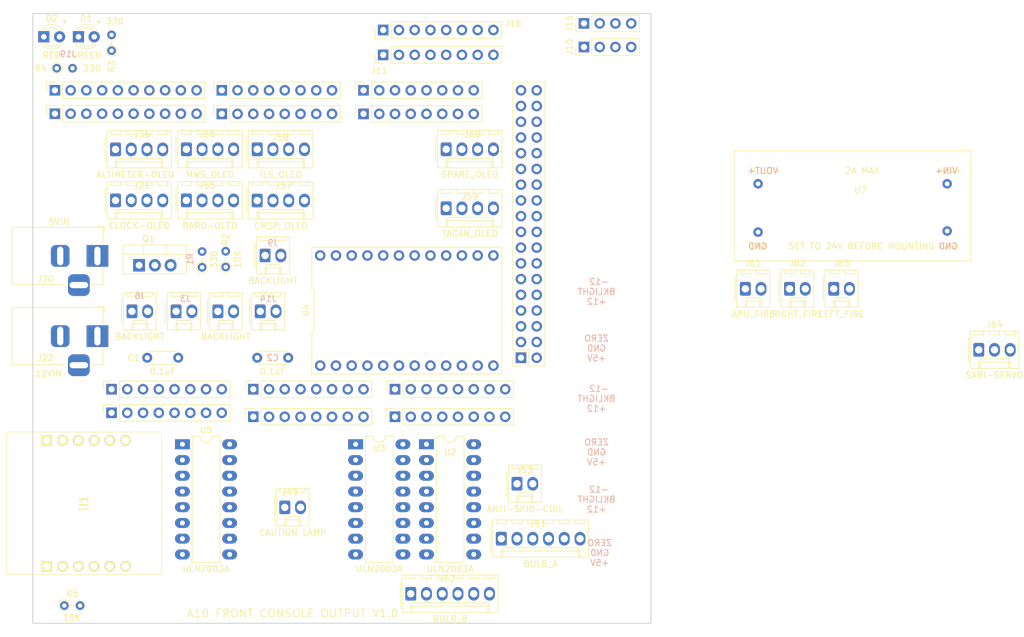
<source format=kicad_pcb>
(kicad_pcb (version 20240108) (generator "pcbnew") (generator_version "8.0")
  (title_block (date "mar. 31 mars 2015"))
  (layers (0 "F.Cu" signal) (31 "B.Cu" signal) (34 "B.Paste" user) (35 "F.Paste" user) (36 "B.SilkS" user "B.Silkscreen") (37 "F.SilkS" user "F.Silkscreen") (38 "B.Mask" user) (39 "F.Mask" user) (44 "Edge.Cuts" user))
  (net 0 "")
  (net 1 "GND")
  (net 2 "SCLK")
  (net 3 "ES1_RST")
  (net 4 "MISO")
  (net 5 "MOSI")
  (net 6 "+5V")
  (net 7 "/IOREF")
  (net 8 "/AREF")
  (net 9 "/*13")
  (net 10 "/*12")
  (net 11 "+5VD")
  (net 12 "/TX0{slash}1")
  (net 13 "/RX0{slash}0")
  (net 14 "+3V3")
  (net 15 "Net-(D1-A)")
  (net 16 "+12V")
  (net 17 "Net-(D2-A)")
  (net 18 "BACKLIGHT_-V")
  (net 19 "VCC")
  (net 20 "/~{RESET}")
  (net 21 "SS")
  (net 22 "Net-(J10-Pin_1)")
  (net 23 "D21 SCL")
  (net 24 "D20 SDA")
  (net 25 "/COIL AND LAMP DRIVERS/CAUTION_LAMP-")
  (net 26 "Net-(J10-Pin_2)")
  (net 27 "Net-(J10-Pin_3)")
  (net 28 "Net-(J10-Pin_4)")
  (net 29 "Net-(J11-Pin_1)")
  (net 30 "BACKLIGHT")
  (net 31 "Net-(J11-Pin_2)")
  (net 32 "Net-(J11-Pin_3)")
  (net 33 "Net-(J11-Pin_4)")
  (net 34 "Net-(J11-Pin_5)")
  (net 35 "Net-(J11-Pin_6)")
  (net 36 "Net-(J11-Pin_7)")
  (net 37 "Net-(J11-Pin_8)")
  (net 40 "Net-(Q1-G)")
  (net 41 "Net-(U1-INT)")
  (net 42 "D14")
  (net 44 "D17")
  (net 45 "D15")
  (net 46 "D18")
  (net 47 "D16")
  (net 48 "D19")
  (net 49 "D11")
  (net 50 "D9")
  (net 51 "D8")
  (net 52 "/COIL AND LAMP DRIVERS/B_APU_FIRE")
  (net 53 "+24V")
  (net 54 "/COIL AND LAMP DRIVERS/B_RIGHT_FIRE")
  (net 55 "/COIL AND LAMP DRIVERS/B_LEFT_FIRE")
  (net 56 "/COIL AND LAMP DRIVERS/TISL")
  (net 57 "/COIL AND LAMP DRIVERS/EGI")
  (net 58 "/COIL AND LAMP DRIVERS/HARS")
  (net 59 "/COIL AND LAMP DRIVERS/MISSLE LAUNCH")
  (net 60 "/COIL AND LAMP DRIVERS/SEP")
  (net 61 "/COIL AND LAMP DRIVERS/PRI")
  (net 64 "D6")
  (net 65 "/COIL AND LAMP DRIVERS/ILS")
  (net 66 "/COIL AND LAMP DRIVERS/TCN")
  (net 67 "/COIL AND LAMP DRIVERS/ANCHR")
  (net 68 "/COIL AND LAMP DRIVERS/STR PT")
  (net 71 "/COIL AND LAMP DRIVERS/COIL_ANTI_SKID")
  (net 72 "D3")
  (net 73 "/OLED/SD7")
  (net 74 "/OLED/SD5")
  (net 75 "/OLED/SC1")
  (net 76 "/OLED/SC2")
  (net 77 "/OLED/SD1")
  (net 78 "/OLED/SD0")
  (net 79 "/OLED/SC7")
  (net 80 "/OLED/SD2")
  (net 81 "/OLED/SD3")
  (net 82 "/OLED/SC6")
  (net 83 "/OLED/SC3")
  (net 84 "/OLED/SC0")
  (net 85 "/OLED/SD4")
  (net 86 "/OLED/SD6")
  (net 87 "/OLED/SC5")
  (net 88 "/OLED/SC4")
  (net 90 "D5")
  (net 94 "D7")
  (net 95 "D4")
  (net 96 "A7 D61")
  (net 97 "A3 D57")
  (net 98 "A6 D60")
  (net 99 "A4 D58")
  (net 100 "A2 D56")
  (net 101 "A0 D54")
  (net 102 "A1 D55")
  (net 103 "A5 D59")
  (net 104 "A14 D68")
  (net 105 "A10 D64")
  (net 106 "A15 D69")
  (net 107 "A13 D67")
  (net 108 "A11 D65")
  (net 109 "A8 D62")
  (net 110 "A9 D63")
  (net 111 "A12 D66")
  (net 112 "D47")
  (net 113 "D30")
  (net 114 "D48")
  (net 115 "D36")
  (net 116 "D31")
  (net 117 "D43")
  (net 118 "D28")
  (net 119 "D29")
  (net 120 "D33")
  (net 121 "D45")
  (net 122 "D46")
  (net 123 "D27")
  (net 124 "D38")
  (net 125 "D23")
  (net 126 "D42")
  (net 127 "D37")
  (net 128 "D49")
  (net 129 "D40")
  (net 130 "D34")
  (net 131 "D39")
  (net 132 "D44")
  (net 133 "D35")
  (net 134 "D25")
  (net 135 "D24")
  (net 136 "D22")
  (net 137 "D32")
  (net 138 "D26")
  (net 139 "D41")
  (footprint "Connector_PinSocket_2.54mm:PinSocket_2x18_P2.54mm_Vertical" (layer "F.Cu") (at 193.98 92.38 180)
    (property "Reference" "J45" (hide yes))
    (property "Value" "Digital")
    (pad "1" thru_hole rect (at 0 0 180) (size 1.7 1.7) (drill 1) (layers "*.Cu" "*.Mask") (net 1 "GND"))
    (pad "2" thru_hole oval (at -2.54 0 180) (size 1.7 1.7) (drill 1) (layers "*.Cu" "*.Mask") (net 1 "GND"))
    (pad "3" thru_hole oval (at 0 2.54 180) (size 1.7 1.7) (drill 1) (layers "*.Cu" "*.Mask") (net 2 "SCLK"))
    (pad "4" thru_hole oval (at -2.54 2.54 180) (size 1.7 1.7) (drill 1) (layers "*.Cu" "*.Mask") (net 3 "ES1_RST"))
    (pad "5" thru_hole oval (at 0 5.08 180) (size 1.7 1.7) (drill 1) (layers "*.Cu" "*.Mask") (net 4 "MISO"))
    (pad "6" thru_hole oval (at -2.54 5.08 180) (size 1.7 1.7) (drill 1) (layers "*.Cu" "*.Mask") (net 5 "MOSI"))
    (pad "7" thru_hole oval (at 0 7.62 180) (size 1.7 1.7) (drill 1) (layers "*.Cu" "*.Mask") (net 114 "D48"))
    (pad "8" thru_hole oval (at -2.54 7.62 180) (size 1.7 1.7) (drill 1) (layers "*.Cu" "*.Mask") (net 128 "D49"))
    (pad "9" thru_hole oval (at 0 10.16 180) (size 1.7 1.7) (drill 1) (layers "*.Cu" "*.Mask") (net 122 "D46"))
    (pad "10" thru_hole oval (at -2.54 10.16 180) (size 1.7 1.7) (drill 1) (layers "*.Cu" "*.Mask") (net 112 "D47"))
    (pad "11" thru_hole oval (at 0 12.7 180) (size 1.7 1.7) (drill 1) (layers "*.Cu" "*.Mask") (net 132 "D44"))
    (pad "12" thru_hole oval (at -2.54 12.7 180) (size 1.7 1.7) (drill 1) (layers "*.Cu" "*.Mask") (net 121 "D45"))
    (pad "13" thru_hole oval (at 0 15.24 180) (size 1.7 1.7) (drill 1) (layers "*.Cu" "*.Mask") (net 126 "D42"))
    (pad "14" thru_hole oval (at -2.54 15.24 180) (size 1.7 1.7) (drill 1) (layers "*.Cu" "*.Mask") (net 117 "D43"))
    (pad "15" thru_hole oval (at 0 17.78 180) (size 1.7 1.7) (drill 1) (layers "*.Cu" "*.Mask") (net 129 "D40"))
    (pad "16" thru_hole oval (at -2.54 17.78 180) (size 1.7 1.7) (drill 1) (layers "*.Cu" "*.Mask") (net 139 "D41"))
    (pad "17" thru_hole oval (at 0 20.32 180) (size 1.7 1.7) (drill 1) (layers "*.Cu" "*.Mask") (net 124 "D38"))
    (pad "18" thru_hole oval (at -2.54 20.32 180) (size 1.7 1.7) (drill 1) (layers "*.Cu" "*.Mask") (net 131 "D39"))
    (pad "19" thru_hole oval (at 0 22.86 180) (size 1.7 1.7) (drill 1) (layers "*.Cu" "*.Mask") (net 115 "D36"))
    (pad "20" thru_hole oval (at -2.54 22.86 180) (size 1.7 1.7) (drill 1) (layers "*.Cu" "*.Mask") (net 127 "D37"))
    (pad "21" thru_hole oval (at 0 25.4 180) (size 1.7 1.7) (drill 1) (layers "*.Cu" "*.Mask") (net 130 "D34"))
    (pad "22" thru_hole oval (at -2.54 25.4 180) (size 1.7 1.7) (drill 1) (layers "*.Cu" "*.Mask") (net 133 "D35"))
    (pad "23" thru_hole oval (at 0 27.94 180) (size 1.7 1.7) (drill 1) (layers "*.Cu" "*.Mask") (net 137 "D32"))
    (pad "24" thru_hole oval (at -2.54 27.94 180) (size 1.7 1.7) (drill 1) (layers "*.Cu" "*.Mask") (net 120 "D33"))
    (pad "25" thru_hole oval (at 0 30.48 180) (size 1.7 1.7) (drill 1) (layers "*.Cu" "*.Mask") (net 113 "D30"))
    (pad "26" thru_hole oval (at -2.54 30.48 180) (size 1.7 1.7) (drill 1) (layers "*.Cu" "*.Mask") (net 116 "D31"))
    (pad "27" thru_hole oval (at 0 33.02 180) (size 1.7 1.7) (drill 1) (layers "*.Cu" "*.Mask") (net 118 "D28"))
    (pad "28" thru_hole oval (at -2.54 33.02 180) (size 1.7 1.7) (drill 1) (layers "*.Cu" "*.Mask") (net 119 "D29"))
    (pad "29" thru_hole oval (at 0 35.56 180) (size 1.7 1.7) (drill 1) (layers "*.Cu" "*.Mask") (net 138 "D26"))
    (pad "30" thru_hole oval (at -2.54 35.56 180) (size 1.7 1.7) (drill 1) (layers "*.Cu" "*.Mask") (net 123 "D27"))
    (pad "31" thru_hole oval (at 0 38.1 180) (size 1.7 1.7) (drill 1) (layers "*.Cu" "*.Mask") (net 135 "D24"))
    (pad "32" thru_hole oval (at -2.54 38.1 180) (size 1.7 1.7) (drill 1) (layers "*.Cu" "*.Mask") (net 134 "D25"))
    (pad "33" thru_hole oval (at 0 40.64 180) (size 1.7 1.7) (drill 1) (layers "*.Cu" "*.Mask") (net 136 "D22"))
    (pad "34" thru_hole oval (at -2.54 40.64 180) (size 1.7 1.7) (drill 1) (layers "*.Cu" "*.Mask") (net 125 "D23"))
    (pad "35" thru_hole oval (at 0 43.18 180) (size 1.7 1.7) (drill 1) (layers "*.Cu" "*.Mask") (net 6 "+5V"))
    (pad "36" thru_hole oval (at -2.54 43.18 180) (size 1.7 1.7) (drill 1) (layers "*.Cu" "*.Mask") (net 6 "+5V"))
  )
  (footprint "Connector_PinSocket_2.54mm:PinSocket_1x08_P2.54mm_Vertical" (layer "F.Cu") (at 127.94 97.46 90)
    (property "Reference" "J42" (hide yes))
    (property "Value" "Power")
    (pad "1" thru_hole rect (at 0 0 90) (size 1.7 1.7) (drill 1) (layers "*.Cu" "*.Mask"))
    (pad "2" thru_hole oval (at 0 2.54 90) (size 1.7 1.7) (drill 1) (layers "*.Cu" "*.Mask") (net 7 "/IOREF"))
    (pad "3" thru_hole oval (at 0 5.08 90) (size 1.7 1.7) (drill 1) (layers "*.Cu" "*.Mask") (net 20 "/~{RESET}"))
    (pad "4" thru_hole oval (at 0 7.62 90) (size 1.7 1.7) (drill 1) (layers "*.Cu" "*.Mask") (net 14 "+3V3"))
    (pad "5" thru_hole oval (at 0 10.16 90) (size 1.7 1.7) (drill 1) (layers "*.Cu" "*.Mask") (net 6 "+5V"))
    (pad "6" thru_hole oval (at 0 12.7 90) (size 1.7 1.7) (drill 1) (layers "*.Cu" "*.Mask") (net 1 "GND"))
    (pad "7" thru_hole oval (at 0 15.24 90) (size 1.7 1.7) (drill 1) (layers "*.Cu" "*.Mask") (net 1 "GND"))
    (pad "8" thru_hole oval (at 0 17.78 90) (size 1.7 1.7) (drill 1) (layers "*.Cu" "*.Mask") (net 19 "VCC"))
  )
  (footprint "Connector_PinSocket_2.54mm:PinSocket_1x08_P2.54mm_Vertical" (layer "F.Cu") (at 150.8 97.46 90)
    (property "Reference" "J43" (hide yes))
    (property "Value" "Analog")
    (pad "1" thru_hole rect (at 0 0 90) (size 1.7 1.7) (drill 1) (layers "*.Cu" "*.Mask") (net 101 "A0 D54"))
    (pad "2" thru_hole oval (at 0 2.54 90) (size 1.7 1.7) (drill 1) (layers "*.Cu" "*.Mask") (net 102 "A1 D55"))
    (pad "3" thru_hole oval (at 0 5.08 90) (size 1.7 1.7) (drill 1) (layers "*.Cu" "*.Mask") (net 100 "A2 D56"))
    (pad "4" thru_hole oval (at 0 7.62 90) (size 1.7 1.7) (drill 1) (layers "*.Cu" "*.Mask") (net 97 "A3 D57"))
    (pad "5" thru_hole oval (at 0 10.16 90) (size 1.7 1.7) (drill 1) (layers "*.Cu" "*.Mask") (net 99 "A4 D58"))
    (pad "6" thru_hole oval (at 0 12.7 90) (size 1.7 1.7) (drill 1) (layers "*.Cu" "*.Mask") (net 103 "A5 D59"))
    (pad "7" thru_hole oval (at 0 15.24 90) (size 1.7 1.7) (drill 1) (layers "*.Cu" "*.Mask") (net 98 "A6 D60"))
    (pad "8" thru_hole oval (at 0 17.78 90) (size 1.7 1.7) (drill 1) (layers "*.Cu" "*.Mask") (net 96 "A7 D61"))
  )
  (footprint "Connector_PinSocket_2.54mm:PinSocket_1x08_P2.54mm_Vertical" (layer "F.Cu") (at 173.66 97.46 90)
    (property "Reference" "J44" (hide yes))
    (property "Value" "Analog")
    (pad "1" thru_hole rect (at 0 0 90) (size 1.7 1.7) (drill 1) (layers "*.Cu" "*.Mask") (net 109 "A8 D62"))
    (pad "2" thru_hole oval (at 0 2.54 90) (size 1.7 1.7) (drill 1) (layers "*.Cu" "*.Mask") (net 110 "A9 D63"))
    (pad "3" thru_hole oval (at 0 5.08 90) (size 1.7 1.7) (drill 1) (layers "*.Cu" "*.Mask") (net 105 "A10 D64"))
    (pad "4" thru_hole oval (at 0 7.62 90) (size 1.7 1.7) (drill 1) (layers "*.Cu" "*.Mask") (net 108 "A11 D65"))
    (pad "5" thru_hole oval (at 0 10.16 90) (size 1.7 1.7) (drill 1) (layers "*.Cu" "*.Mask") (net 111 "A12 D66"))
    (pad "6" thru_hole oval (at 0 12.7 90) (size 1.7 1.7) (drill 1) (layers "*.Cu" "*.Mask") (net 107 "A13 D67"))
    (pad "7" thru_hole oval (at 0 15.24 90) (size 1.7 1.7) (drill 1) (layers "*.Cu" "*.Mask") (net 104 "A14 D68"))
    (pad "8" thru_hole oval (at 0 17.78 90) (size 1.7 1.7) (drill 1) (layers "*.Cu" "*.Mask") (net 106 "A15 D69"))
  )
  (footprint "Connector_PinSocket_2.54mm:PinSocket_1x10_P2.54mm_Vertical" (layer "F.Cu") (at 118.796 49.2 90)
    (property "Reference" "J46" (hide yes))
    (property "Value" "PWM")
    (pad "1" thru_hole rect (at 0 0 90) (size 1.7 1.7) (drill 1) (layers "*.Cu" "*.Mask") (net 23 "D21 SCL"))
    (pad "2" thru_hole oval (at 0 2.54 90) (size 1.7 1.7) (drill 1) (layers "*.Cu" "*.Mask") (net 24 "D20 SDA"))
    (pad "3" thru_hole oval (at 0 5.08 90) (size 1.7 1.7) (drill 1) (layers "*.Cu" "*.Mask") (net 8 "/AREF"))
    (pad "4" thru_hole oval (at 0 7.62 90) (size 1.7 1.7) (drill 1) (layers "*.Cu" "*.Mask") (net 1 "GND"))
    (pad "5" thru_hole oval (at 0 10.16 90) (size 1.7 1.7) (drill 1) (layers "*.Cu" "*.Mask") (net 9 "/*13"))
    (pad "6" thru_hole oval (at 0 12.7 90) (size 1.7 1.7) (drill 1) (layers "*.Cu" "*.Mask") (net 10 "/*12"))
    (pad "7" thru_hole oval (at 0 15.24 90) (size 1.7 1.7) (drill 1) (layers "*.Cu" "*.Mask") (net 49 "D11"))
    (pad "8" thru_hole oval (at 0 17.78 90) (size 1.7 1.7) (drill 1) (layers "*.Cu" "*.Mask") (net 21 "SS"))
    (pad "9" thru_hole oval (at 0 20.32 90) (size 1.7 1.7) (drill 1) (layers "*.Cu" "*.Mask") (net 50 "D9"))
    (pad "10" thru_hole oval (at 0 22.86 90) (size 1.7 1.7) (drill 1) (layers "*.Cu" "*.Mask") (net 51 "D8"))
  )
  (footprint "Connector_PinSocket_2.54mm:PinSocket_1x08_P2.54mm_Vertical" (layer "F.Cu") (at 145.72 49.2 90)
    (property "Reference" "J47" (hide yes))
    (property "Value" "PWM")
    (pad "1" thru_hole rect (at 0 0 90) (size 1.7 1.7) (drill 1) (layers "*.Cu" "*.Mask") (net 94 "D7"))
    (pad "2" thru_hole oval (at 0 2.54 90) (size 1.7 1.7) (drill 1) (layers "*.Cu" "*.Mask") (net 64 "D6"))
    (pad "3" thru_hole oval (at 0 5.08 90) (size 1.7 1.7) (drill 1) (layers "*.Cu" "*.Mask") (net 90 "D5"))
    (pad "4" thru_hole oval (at 0 7.62 90) (size 1.7 1.7) (drill 1) (layers "*.Cu" "*.Mask") (net 95 "D4"))
    (pad "5" thru_hole oval (at 0 10.16 90) (size 1.7 1.7) (drill 1) (layers "*.Cu" "*.Mask") (net 72 "D3"))
    (pad "6" thru_hole oval (at 0 12.7 90) (size 1.7 1.7) (drill 1) (layers "*.Cu" "*.Mask") (net 30 "BACKLIGHT"))
    (pad "7" thru_hole oval (at 0 15.24 90) (size 1.7 1.7) (drill 1) (layers "*.Cu" "*.Mask") (net 12 "/TX0{slash}1"))
    (pad "8" thru_hole oval (at 0 17.78 90) (size 1.7 1.7) (drill 1) (layers "*.Cu" "*.Mask") (net 13 "/RX0{slash}0"))
  )
  (footprint "Connector_PinSocket_2.54mm:PinSocket_1x08_P2.54mm_Vertical" (layer "F.Cu") (at 168.58 49.2 90)
    (property "Reference" "J48" (hide yes))
    (property "Value" "Communication")
    (pad "1" thru_hole rect (at 0 0 90) (size 1.7 1.7) (drill 1) (layers "*.Cu" "*.Mask") (net 42 "D14"))
    (pad "2" thru_hole oval (at 0 2.54 90) (size 1.7 1.7) (drill 1) (layers "*.Cu" "*.Mask") (net 45 "D15"))
    (pad "3" thru_hole oval (at 0 5.08 90) (size 1.7 1.7) (drill 1) (layers "*.Cu" "*.Mask") (net 47 "D16"))
    (pad "4" thru_hole oval (at 0 7.62 90) (size 1.7 1.7) (drill 1) (layers "*.Cu" "*.Mask") (net 44 "D17"))
    (pad "5" thru_hole oval (at 0 10.16 90) (size 1.7 1.7) (drill 1) (layers "*.Cu" "*.Mask") (net 46 "D18"))
    (pad "6" thru_hole oval (at 0 12.7 90) (size 1.7 1.7) (drill 1) (layers "*.Cu" "*.Mask") (net 48 "D19"))
    (pad "7" thru_hole oval (at 0 15.24 90) (size 1.7 1.7) (drill 1) (layers "*.Cu" "*.Mask") (net 24 "D20 SDA"))
    (pad "8" thru_hole oval (at 0 17.78 90) (size 1.7 1.7) (drill 1) (layers "*.Cu" "*.Mask") (net 23 "D21 SCL"))
  )
  (footprint "Package_DIP:DIP-24_TCA9548A" (layer "F.Cu") (at 175.565 84.76)
    (property "Reference" "U4" (at -16.32 0 90) (layer "F.SilkS"))
    (property "Value" "TCA9548APWR")
    (pad "1" thru_hole circle (at -13.97 8.89) (size 1.7 1.7) (drill 1) (layers "*.Cu" "*.Mask") (net 14 "+3V3"))
    (pad "2" thru_hole circle (at -11.43 8.89) (size 1.7 1.7) (drill 1) (layers "*.Cu" "*.Mask") (net 1 "GND"))
    (pad "3" thru_hole circle (at -8.89 8.89) (size 1.7 1.7) (drill 1) (layers "*.Cu" "*.Mask") (net 24 "D20 SDA"))
    (pad "4" thru_hole circle (at -6.35 8.89) (size 1.7 1.7) (drill 1) (layers "*.Cu" "*.Mask") (net 23 "D21 SCL"))
    (pad "5" thru_hole circle (at -3.81 8.89) (size 1.7 1.7) (drill 1) (layers "*.Cu" "*.Mask") (net 47 "D16"))
    (pad "6" thru_hole circle (at -1.27 8.89) (size 1.7 1.7) (drill 1) (layers "*.Cu" "*.Mask") (net 48 "D19"))
    (pad "7" thru_hole circle (at 1.27 8.89) (size 1.7 1.7) (drill 1) (layers "*.Cu" "*.Mask") (net 46 "D18"))
    (pad "8" thru_hole circle (at 3.81 8.89) (size 1.7 1.7) (drill 1) (layers "*.Cu" "*.Mask") (net 44 "D17"))
    (pad "9" thru_hole circle (at 6.35 8.89) (size 1.7 1.7) (drill 1) (layers "*.Cu" "*.Mask") (net 78 "/OLED/SD0"))
    (pad "10" thru_hole circle (at 8.89 8.89) (size 1.7 1.7) (drill 1) (layers "*.Cu" "*.Mask") (net 84 "/OLED/SC0"))
    (pad "11" thru_hole circle (at 11.43 8.89) (size 1.7 1.7) (drill 1) (layers "*.Cu" "*.Mask") (net 77 "/OLED/SD1"))
    (pad "12" thru_hole circle (at 13.97 8.89) (size 1.7 1.7) (drill 1) (layers "*.Cu" "*.Mask") (net 75 "/OLED/SC1"))
    (pad "13" thru_hole circle (at 13.97 -8.89) (size 1.7 1.7) (drill 1) (layers "*.Cu" "*.Mask") (net 80 "/OLED/SD2"))
    (pad "14" thru_hole circle (at 11.43 -8.89) (size 1.7 1.7) (drill 1) (layers "*.Cu" "*.Mask") (net 76 "/OLED/SC2"))
    (pad "15" thru_hole circle (at 8.89 -8.89) (size 1.7 1.7) (drill 1) (layers "*.Cu" "*.Mask") (net 81 "/OLED/SD3"))
    (pad "16" thru_hole circle (at 6.35 -8.89) (size 1.7 1.7) (drill 1) (layers "*.Cu" "*.Mask") (net 83 "/OLED/SC3"))
    (pad "17" thru_hole circle (at 3.81 -8.89) (size 1.7 1.7) (drill 1) (layers "*.Cu" "*.Mask") (net 85 "/OLED/SD4"))
    (pad "18" thru_hole circle (at 1.27 -8.89) (size 1.7 1.7) (drill 1) (layers "*.Cu" "*.Mask") (net 88 "/OLED/SC4"))
    (pad "19" thru_hole circle (at -1.27 -8.89) (size 1.7 1.7) (drill 1) (layers "*.Cu" "*.Mask") (net 74 "/OLED/SD5"))
    (pad "20" thru_hole circle (at -3.81 -8.89) (size 1.7 1.7) (drill 1) (layers "*.Cu" "*.Mask") (net 87 "/OLED/SC5"))
    (pad "21" thru_hole circle (at -6.35 -8.89) (size 1.7 1.7) (drill 1) (layers "*.Cu" "*.Mask") (net 86 "/OLED/SD6"))
    (pad "22" thru_hole circle (at -8.89 -8.89) (size 1.7 1.7) (drill 1) (layers "*.Cu" "*.Mask") (net 82 "/OLED/SC6"))
    (pad "23" thru_hole circle (at -11.43 -8.89) (size 1.7 1.7) (drill 1) (layers "*.Cu" "*.Mask") (net 73 "/OLED/SD7"))
    (pad "24" thru_hole circle (at -13.97 -8.89) (size 1.7 1.7) (drill 1) (layers "*.Cu" "*.Mask") (net 79 "/OLED/SC7"))
  )
  (footprint "Resistor_THT:R_Axial_DIN0204_L3.6mm_D1.6mm_P2.54mm_Vertical" (layer "F.Cu") (at 119.1 45.644)
    (property "Reference" "R4" (at -2.59 0 0) (layer "F.SilkS"))
    (property "Value" "330" (at 5.665 0 0) (layer "F.SilkS"))
    (pad "1" thru_hole circle (at 0 0) (size 1.4 1.4) (drill 0.7) (layers "*.Cu" "*.Mask") (net 10 "/*12"))
    (pad "2" thru_hole oval (at 2.54 0) (size 1.4 1.4) (drill 0.7) (layers "*.Cu" "*.Mask") (net 17 "Net-(D2-A)"))
  )
  (footprint "Package_DIP:DIP-16_W7.62mm_LongPads" (layer "F.Cu") (at 178.74 106.35)
    (property "Reference" "U2" (at 3.81 1.27 0) (layer "F.SilkS"))
    (property "Value" "ULN2003A" (at 3.81 20.11 0) (layer "F.SilkS"))
    (pad "1" thru_hole rect (at 0 0) (size 2.4 1.6) (drill 0.8) (layers "*.Cu" "*.Mask") (net 99 "A4 D58"))
    (pad "2" thru_hole oval (at 0 2.54) (size 2.4 1.6) (drill 0.8) (layers "*.Cu" "*.Mask") (net 103 "A5 D59"))
    (pad "3" thru_hole oval (at 0 5.08) (size 2.4 1.6) (drill 0.8) (layers "*.Cu" "*.Mask") (net 98 "A6 D60"))
    (pad "4" thru_hole oval (at 0 7.62) (size 2.4 1.6) (drill 0.8) (layers "*.Cu" "*.Mask") (net 96 "A7 D61"))
    (pad "5" thru_hole oval (at 0 10.16) (size 2.4 1.6) (drill 0.8) (layers "*.Cu" "*.Mask") (net 109 "A8 D62"))
    (pad "6" thru_hole oval (at 0 12.7) (size 2.4 1.6) (drill 0.8) (layers "*.Cu" "*.Mask") (net 110 "A9 D63"))
    (pad "7" thru_hole oval (at 0 15.24) (size 2.4 1.6) (drill 0.8) (layers "*.Cu" "*.Mask") (net 105 "A10 D64"))
    (pad "8" thru_hole oval (at 0 17.78) (size 2.4 1.6) (drill 0.8) (layers "*.Cu" "*.Mask") (net 1 "GND"))
    (pad "9" thru_hole oval (at 7.62 17.78) (size 2.4 1.6) (drill 0.8) (layers "*.Cu" "*.Mask") (net 16 "+12V"))
    (pad "10" thru_hole oval (at 7.62 15.24) (size 2.4 1.6) (drill 0.8) (layers "*.Cu" "*.Mask") (net 56 "/COIL AND LAMP DRIVERS/TISL"))
    (pad "11" thru_hole oval (at 7.62 12.7) (size 2.4 1.6) (drill 0.8) (layers "*.Cu" "*.Mask") (net 57 "/COIL AND LAMP DRIVERS/EGI"))
    (pad "12" thru_hole oval (at 7.62 10.16) (size 2.4 1.6) (drill 0.8) (layers "*.Cu" "*.Mask") (net 58 "/COIL AND LAMP DRIVERS/HARS"))
    (pad "13" thru_hole oval (at 7.62 7.62) (size 2.4 1.6) (drill 0.8) (layers "*.Cu" "*.Mask") (net 59 "/COIL AND LAMP DRIVERS/MISSLE LAUNCH"))
    (pad "14" thru_hole oval (at 7.62 5.08) (size 2.4 1.6) (drill 0.8) (layers "*.Cu" "*.Mask") (net 60 "/COIL AND LAMP DRIVERS/SEP"))
    (pad "15" thru_hole oval (at 7.62 2.54) (size 2.4 1.6) (drill 0.8) (layers "*.Cu" "*.Mask") (net 61 "/COIL AND LAMP DRIVERS/PRI"))
    (pad "16" thru_hole oval (at 7.62 0) (size 2.4 1.6) (drill 0.8) (layers "*.Cu" "*.Mask") (net 25 "/COIL AND LAMP DRIVERS/CAUTION_LAMP-"))
  )
  (footprint "Connector_Molex:Molex_KK-254_AE-6410-04A_1x04_P2.54mm_Vertical" (layer "F.Cu") (at 140.005 58.725)
    (property "Reference" "J56" (at 3.34 -2.43 0) (layer "F.SilkS"))
    (property "Value" "MWS_OLED" (at 3.81 4.08 0) (layer "F.SilkS"))
    (pad "1" thru_hole roundrect (at 0 0) (size 1.74 2.19) (drill 1.19) (layers "*.Cu" "*.Mask") (roundrect_rratio 0.1436781609) (net 6 "+5V"))
    (pad "2" thru_hole oval (at 2.54 0) (size 1.74 2.19) (drill 1.19) (layers "*.Cu" "*.Mask") (net 1 "GND"))
    (pad "3" thru_hole oval (at 5.08 0) (size 1.74 2.19) (drill 1.19) (layers "*.Cu" "*.Mask") (net 83 "/OLED/SC3"))
    (pad "4" thru_hole oval (at 7.62 0) (size 1.74 2.19) (drill 1.19) (layers "*.Cu" "*.Mask") (net 81 "/OLED/SD3"))
  )
  (footprint "Resistor_THT:R_Axial_DIN0204_L3.6mm_D1.6mm_P2.54mm_Vertical" (layer "F.Cu") (at 120.325 132.385)
    (property "Reference" "R5" (at 1.27 -1.92 0) (layer "F.SilkS"))
    (property "Value" "10K" (at 1.27 1.92 0) (layer "F.SilkS"))
    (pad "1" thru_hole circle (at 0 0) (size 1.4 1.4) (drill 0.7) (layers "*.Cu" "*.Mask") (net 14 "+3V3"))
    (pad "2" thru_hole oval (at 2.54 0) (size 1.4 1.4) (drill 0.7) (layers "*.Cu" "*.Mask") (net 41 "Net-(U1-INT)"))
  )
  (footprint "Connector_Molex:Molex_KK-254_AE-6410-06A_1x06_P2.54mm_Vertical" (layer "F.Cu") (at 190.805 121.59)
    (property "Reference" "J51" (at 5.88 -2.43 0) (layer "F.SilkS"))
    (property "Value" "BULB_A" (at 6.35 4.08 0) (layer "F.SilkS"))
    (pad "1" thru_hole roundrect (at 0 0) (size 1.74 2.19) (drill 1.19) (layers "*.Cu" "*.Mask") (roundrect_rratio 0.1436781609) (net 16 "+12V"))
    (pad "2" thru_hole oval (at 2.54 0) (size 1.74 2.19) (drill 1.19) (layers "*.Cu" "*.Mask") (net 61 "/COIL AND LAMP DRIVERS/PRI"))
    (pad "3" thru_hole oval (at 5.08 0) (size 1.74 2.19) (drill 1.19) (layers "*.Cu" "*.Mask") (net 60 "/COIL AND LAMP DRIVERS/SEP"))
    (pad "4" thru_hole oval (at 7.62 0) (size 1.74 2.19) (drill 1.19) (layers "*.Cu" "*.Mask") (net 59 "/COIL AND LAMP DRIVERS/MISSLE LAUNCH"))
    (pad "5" thru_hole oval (at 10.16 0) (size 1.74 2.19) (drill 1.19) (layers "*.Cu" "*.Mask") (net 58 "/COIL AND LAMP DRIVERS/HARS"))
    (pad "6" thru_hole oval (at 12.7 0) (size 1.74 2.19) (drill 1.19) (layers "*.Cu" "*.Mask") (net 57 "/COIL AND LAMP DRIVERS/EGI"))
  )
  (footprint "Connector_Molex:Molex_KK-254_AE-6410-04A_1x04_P2.54mm_Vertical" (layer "F.Cu") (at 128.575 66.98)
    (property "Reference" "J21" (at 4.28 -2.43 0) (layer "F.SilkS"))
    (property "Value" "CLOCK-OLED" (at 3.81 4.08 0) (layer "F.SilkS"))
    (pad "1" thru_hole roundrect (at 0 0) (size 1.74 2.19) (drill 1.19) (layers "*.Cu" "*.Mask") (roundrect_rratio 0.1436781609) (net 6 "+5V"))
    (pad "2" thru_hole oval (at 2.54 0) (size 1.74 2.19) (drill 1.19) (layers "*.Cu" "*.Mask") (net 1 "GND"))
    (pad "3" thru_hole oval (at 5.08 0) (size 1.74 2.19) (drill 1.19) (layers "*.Cu" "*.Mask") (net 84 "/OLED/SC0"))
    (pad "4" thru_hole oval (at 7.62 0) (size 1.74 2.19) (drill 1.19) (layers "*.Cu" "*.Mask") (net 78 "/OLED/SD0"))
  )
  (footprint "Connector_PinSocket_2.54mm:PinSocket_1x08_P2.54mm_Vertical" (layer "F.Cu") (at 173.66 101.905 90)
    (property "Reference" "J33")
    (property "Value" "Analog")
    (pad "1" thru_hole rect (at 0 0 90) (size 1.7 1.7) (drill 1) (layers "*.Cu" "*.Mask") (net 109 "A8 D62"))
    (pad "2" thru_hole oval (at 0 2.54 90) (size 1.7 1.7) (drill 1) (layers "*.Cu" "*.Mask") (net 110 "A9 D63"))
    (pad "3" thru_hole oval (at 0 5.08 90) (size 1.7 1.7) (drill 1) (layers "*.Cu" "*.Mask") (net 105 "A10 D64"))
    (pad "4" thru_hole oval (at 0 7.62 90) (size 1.7 1.7) (drill 1) (layers "*.Cu" "*.Mask") (net 108 "A11 D65"))
    (pad "5" thru_hole oval (at 0 10.16 90) (size 1.7 1.7) (drill 1) (layers "*.Cu" "*.Mask") (net 111 "A12 D66"))
    (pad "6" thru_hole oval (at 0 12.7 90) (size 1.7 1.7) (drill 1) (layers "*.Cu" "*.Mask") (net 107 "A13 D67"))
    (pad "7" thru_hole oval (at 0 15.24 90) (size 1.7 1.7) (drill 1) (layers "*.Cu" "*.Mask") (net 104 "A14 D68"))
    (pad "8" thru_hole oval (at 0 17.78 90) (size 1.7 1.7) (drill 1) (layers "*.Cu" "*.Mask") (net 106 "A15 D69"))
  )
  (footprint "Arduino_MountingHole:MountingHole_3.2mm" (layer "F.Cu") (at 196.02 132.385)
    (property "Reference" "H2")
    (property "Value" "MountingHole")
    (pad "" np_thru_hole circle (at 0 0) (size 3.2 3.2) (drill 3.2) (layers "*.Cu" "*.Mask"))
  )
  (footprint "Connector_Molex:Molex_KK-254_AE-6410-02A_1x02_P2.54mm_Vertical" (layer "F.Cu") (at 193.345 112.72)
    (property "Reference" "J53" (at 1.27 -2.215 0) (layer "F.SilkS"))
    (property "Value" "ANTI-SKID-COIL" (at 1.27 4.08 0) (layer "F.SilkS"))
    (pad "1" thru_hole roundrect (at 0 0) (size 1.74 2.19) (drill 1.19) (layers "*.Cu" "*.Mask") (roundrect_rratio 0.1436781609) (net 16 "+12V"))
    (pad "2" thru_hole oval (at 2.54 0) (size 1.74 2.19) (drill 1.19) (layers "*.Cu" "*.Mask") (net 71 "/COIL AND LAMP DRIVERS/COIL_ANTI_SKID"))
  )
  (footprint "Connector_PinHeader_2.54mm:PinHeader_1x08_P2.54mm_Vertical" (layer "F.Cu") (at 171.755 43.485 90)
    (property "Reference" "J11" (at -2.54 -0.635 180) (layer "F.SilkS"))
    (property "Value" "PATCH")
    (pad "1" thru_hole rect (at 0 0 90) (size 1.7 1.7) (drill 1) (layers "*.Cu" "*.Mask") (net 29 "Net-(J11-Pin_1)"))
    (pad "2" thru_hole oval (at 0 2.54 90) (size 1.7 1.7) (drill 1) (layers "*.Cu" "*.Mask") (net 31 "Net-(J11-Pin_2)"))
    (pad "3" thru_hole oval (at 0 5.08 90) (size 1.7 1.7) (drill 1) (layers "*.Cu" "*.Mask") (net 32 "Net-(J11-Pin_3)"))
    (pad "4" thru_hole oval (at 0 7.62 90) (size 1.7 1.7) (drill 1) (layers "*.Cu" "*.Mask") (net 33 "Net-(J11-Pin_4)"))
    (pad "5" thru_hole oval (at 0 10.16 90) (size 1.7 1.7) (drill 1) (layers "*.Cu" "*.Mask") (net 34 "Net-(J11-Pin_5)"))
    (pad "6" thru_hole oval (at 0 12.7 90) (size 1.7 1.7) (drill 1) (layers "*.Cu" "*.Mask") (net 35 "Net-(J11-Pin_6)"))
    (pad "7" thru_hole oval (at 0 15.24 90) (size 1.7 1.7) (drill 1) (layers "*.Cu" "*.Mask") (net 36 "Net-(J11-Pin_7)"))
    (pad "8" thru_hole oval (at 0 17.78 90) (size 1.7 1.7) (drill 1) (layers "*.Cu" "*.Mask") (net 37 "Net-(J11-Pin_8)"))
  )
  (footprint "Connector_PinSocket_2.54mm:PinSocket_1x08_P2.54mm_Vertical" (layer "F.Cu") (at 127.94 101.27 90)
    (property "Reference" "J41")
    (property "Value" "Power")
    (pad "1" thru_hole rect (at 0 0 90) (size 1.7 1.7) (drill 1) (layers "*.Cu" "*.Mask"))
    (pad "2" thru_hole oval (at 0 2.54 90) (size 1.7 1.7) (drill 1) (layers "*.Cu" "*.Mask") (net 7 "/IOREF"))
    (pad "3" thru_hole oval (at 0 5.08 90) (size 1.7 1.7) (drill 1) (layers "*.Cu" "*.Mask") (net 20 "/~{RESET}"))
    (pad "4" thru_hole oval (at 0 7.62 90) (size 1.7 1.7) (drill 1) (layers "*.Cu" "*.Mask") (net 14 "+3V3"))
    (pad "5" thru_hole oval (at 0 10.16 90) (size 1.7 1.7) (drill 1) (layers "*.Cu" "*.Mask") (net 6 "+5V"))
    (pad "6" thru_hole oval (at 0 12.7 90) (size 1.7 1.7) (drill 1) (layers "*.Cu" "*.Mask") (net 1 "GND"))
    (pad "7" thru_hole oval (at 0 15.24 90) (size 1.7 1.7) (drill 1) (layers "*.Cu" "*.Mask") (net 1 "GND"))
    (pad "8" thru_hole oval (at 0 17.78 90) (size 1.7 1.7) (drill 1) (layers "*.Cu" "*.Mask") (net 19 "VCC"))
  )
  (footprint "Connector_Molex:Molex_KK-254_AE-6410-02A_1x02_P2.54mm_Vertical" (layer "F.Cu") (at 244.43 81.25)
    (property "Reference" "J63" (at 1.27 -4.12 0) (layer "F.SilkS"))
    (property "Value" "LEFT_FIRE" (at 1.27 4.08 0) (layer "F.SilkS"))
    (pad "1" thru_hole roundrect (at 0 0) (size 1.74 2.19) (drill 1.19) (layers "*.Cu" "*.Mask") (roundrect_rratio 0.143678) (net 53 "+24V"))
    (pad "2" thru_hole oval (at 2.54 0) (size 1.74 2.19) (drill 1.19) (layers "*.Cu" "*.Mask") (net 55 "/COIL AND LAMP DRIVERS/B_LEFT_FIRE"))
  )
  (footprint "Connector_PinHeader_2.54mm:PinHeader_1x08_P2.54mm_Vertical" (layer "F.Cu") (at 171.755 39.47 90)
    (property "Reference" "J16" (at 1.065 20.955 180) (layer "F.SilkS"))
    (property "Value" "PATCH")
    (pad "1" thru_hole rect (at 0 0 90) (size 1.7 1.7) (drill 1) (layers "*.Cu" "*.Mask") (net 29 "Net-(J11-Pin_1)"))
    (pad "2" thru_hole oval (at 0 2.54 90) (size 1.7 1.7) (drill 1) (layers "*.Cu" "*.Mask") (net 31 "Net-(J11-Pin_2)"))
    (pad "3" thru_hole oval (at 0 5.08 90) (size 1.7 1.7) (drill 1) (layers "*.Cu" "*.Mask") (net 32 "Net-(J11-Pin_3)"))
    (pad "4" thru_hole oval (at 0 7.62 90) (size 1.7 1.7) (drill 1) (layers "*.Cu" "*.Mask") (net 33 "Net-(J11-Pin_4)"))
    (pad "5" thru_hole oval (at 0 10.16 90) (size 1.7 1.7) (drill 1) (layers "*.Cu" "*.Mask") (net 34 "Net-(J11-Pin_5)"))
    (pad "6" thru_hole oval (at 0 12.7 90) (size 1.7 1.7) (drill 1) (layers "*.Cu" "*.Mask") (net 35 "Net-(J11-Pin_6)"))
    (pad "7" thru_hole oval (at 0 15.24 90) (size 1.7 1.7) (drill 1) (layers "*.Cu" "*.Mask") (net 36 "Net-(J11-Pin_7)"))
    (pad "8" thru_hole oval (at 0 17.78 90) (size 1.7 1.7) (drill 1) (layers "*.Cu" "*.Mask") (net 37 "Net-(J11-Pin_8)"))
  )
  (footprint "Connector_Molex:Molex_KK-254_AE-6410-02A_1x02_P2.54mm_Vertical" (layer "F.Cu") (at 151.925 84.887)
    (property "Reference" "J14" (at 1.27 -2.052 0) (layer "B.SilkS") (effects (justify mirror)))
    (property "Value" "BACKLIGHT")
    (pad "1" thru_hole roundrect (at 0 0) (size 1.74 2.19) (drill 1.19) (layers "*.Cu" "*.Mask") (roundrect_rratio 0.1436781609) (net 16 "+12V"))
    (pad "2" thru_hole oval (at 2.54 0) (size 1.74 2.19) (drill 1.19) (layers "*.Cu" "*.Mask") (net 18 "BACKLIGHT_-V"))
  )
  (footprint "Capacitor_THT:C_Disc_D4.3mm_W1.9mm_P5.00mm" (layer "F.Cu") (at 133.695 92.38)
    (property "Reference" "C1" (at -2.199 0 0) (layer "F.SilkS"))
    (property "Value" "0.1uF" (at 2.5 2.2 0) (layer "F.SilkS"))
    (pad "1" thru_hole circle (at 0 0) (size 1.6 1.6) (drill 0.8) (layers "*.Cu" "*.Mask") (net 11 "+5VD"))
    (pad "2" thru_hole circle (at 5 0) (size 1.6 1.6) (drill 0.8) (layers "*.Cu" "*.Mask") (net 1 "GND"))
  )
  (footprint "Connector_Molex:Molex_KK-254_AE-6410-02A_1x02_P2.54mm_Vertical" (layer "F.Cu") (at 152.705 75.87)
    (property "Reference" "J9" (at 1.252 -2.052 0) (layer "B.SilkS") (effects (justify mirror)))
    (property "Value" "BACKLIGHT" (at 1.27 4.08 0) (layer "F.SilkS"))
    (pad "1" thru_hole roundrect (at 0 0) (size 1.74 2.19) (drill 1.19) (layers "*.Cu" "*.Mask") (roundrect_rratio 0.1436781609) (net 16 "+12V"))
    (pad "2" thru_hole oval (at 2.54 0) (size 1.74 2.19) (drill 1.19) (layers "*.Cu" "*.Mask") (net 18 "BACKLIGHT_-V"))
  )
  (footprint "Connector_PinHeader_2.54mm:PinHeader_1x04_P2.54mm_Vertical" (layer "F.Cu") (at 204.14 42.215 90)
    (property "Reference" "J10" (at 0 -2.33 90) (layer "F.SilkS"))
    (property "Value" "PATCH")
    (pad "1" thru_hole rect (at 0 0 90) (size 1.7 1.7) (drill 1) (layers "*.Cu" "*.Mask") (net 22 "Net-(J10-Pin_1)"))
    (pad "2" thru_hole oval (at 0 2.54 90) (size 1.7 1.7) (drill 1) (layers "*.Cu" "*.Mask") (net 26 "Net-(J10-Pin_2)"))
    (pad "3" thru_hole oval (at 0 5.08 90) (size 1.7 1.7) (drill 1) (layers "*.Cu" "*.Mask") (net 27 "Net-(J10-Pin_3)"))
    (pad "4" thru_hole oval (at 0 7.62 90) (size 1.7 1.7) (drill 1) (layers "*.Cu" "*.Mask") (net 28 "Net-(J10-Pin_4)"))
  )
  (footprint "Connector_Molex:Molex_KK-254_AE-6410-02A_1x02_P2.54mm_Vertical" (layer "F.Cu") (at 145.085 84.887)
    (property "Reference" "J19" (at -24.148 -41.529 0) (layer "B.SilkS") (effects (justify mirror)))
    (property "Value" "BACKLIGHT" (at 1.27 4.08 0) (layer "F.SilkS"))
    (pad "1" thru_hole roundrect (at 0 0) (size 1.74 2.19) (drill 1.19) (layers "*.Cu" "*.Mask") (roundrect_rratio 0.1436781609) (net 16 "+12V"))
    (pad "2" thru_hole oval (at 2.54 0) (size 1.74 2.19) (drill 1.19) (layers "*.Cu" "*.Mask") (net 18 "BACKLIGHT_-V"))
  )
  (footprint "Resistor_THT:R_Axial_DIN0204_L3.6mm_D1.6mm_P2.54mm_Vertical" (layer "F.Cu") (at 142.545 77.775 90)
    (property "Reference" "R1" (at 1.27 -1.92 90) (layer "B.SilkS") (effects (justify mirror)))
    (property "Value" "330" (at 1.27 1.92 90) (layer "F.SilkS"))
    (pad "1" thru_hole circle (at 0 0 90) (size 1.4 1.4) (drill 0.7) (layers "*.Cu" "*.Mask") (net 40 "Net-(Q1-G)"))
    (pad "2" thru_hole oval (at 2.54 0 90) (size 1.4 1.4) (drill 0.7) (layers "*.Cu" "*.Mask") (net 30 "BACKLIGHT"))
  )
  (footprint "Connector_Molex:Molex_KK-254_AE-6410-02A_1x02_P2.54mm_Vertical" (layer "F.Cu") (at 237.3 81.25)
    (property "Reference" "J62" (at 1.27 -4.12 0) (layer "F.SilkS"))
    (property "Value" "RIGHT_FIRE" (at 1.27 4.08 0) (layer "F.SilkS"))
    (pad "1" thru_hole roundrect (at 0 0) (size 1.74 2.19) (drill 1.19) (layers "*.Cu" "*.Mask") (roundrect_rratio 0.143678) (net 53 "+24V"))
    (pad "2" thru_hole oval (at 2.54 0) (size 1.74 2.19) (drill 1.19) (layers "*.Cu" "*.Mask") (net 54 "/COIL AND LAMP DRIVERS/B_RIGHT_FIRE"))
  )
  (footprint "Connector_Molex:Molex_KK-254_AE-6410-02A_1x02_P2.54mm_Vertical" (layer "F.Cu") (at 131.224 84.887)
    (property "Reference" "J6" (at 1.27 -2.54 0) (layer "B.SilkS") (effects (justify mirror)))
    (property "Value" "BACKLIGHT" (at 1.27 4.08 0) (layer "F.SilkS"))
    (pad "1" thru_hole roundrect (at 0 0) (size 1.74 2.19) (drill 1.19) (layers "*.Cu" "*.Mask") (roundrect_rratio 0.1436781609) (net 16 "+12V"))
    (pad "2" thru_hole oval (at 2.54 0) (size 1.74 2.19) (drill 1.19) (layers "*.Cu" "*.Mask") (net 18 "BACKLIGHT_-V"))
  )
  (footprint "Connector_Molex:Molex_KK-254_AE-6410-02A_1x02_P2.54mm_Vertical" (layer "F.Cu") (at 138.354 84.887)
    (property "Reference" "J3" (at 1.524 -2.032 0) (layer "B.SilkS") (effects (justify mirror)))
    (property "Value" "BACKLIGHT")
    (pad "1" thru_hole roundrect (at 0 0) (size 1.74 2.19) (drill 1.19) (layers "*.Cu" "*.Mask") (roundrect_rratio 0.1436781609) (net 16 "+12V"))
    (pad "2" thru_hole oval (at 2.54 0) (size 1.74 2.19) (drill 1.19) (layers "*.Cu" "*.Mask") (net 18 "BACKLIGHT_-V"))
  )
  (footprint "Arduino_MountingHole:MountingHole_3.2mm" (layer "F.Cu") (at 196.02 39.675)
    (property "Reference" "H3")
    (property "Value" "MountingHole")
    (pad "" np_thru_hole circle (at 0 0) (size 3.2 3.2) (drill 3.2) (layers "*.Cu" "*.Mask"))
  )
  (footprint "Connector_PinSocket_2.54mm:PinSocket_1x08_P2.54mm_Vertical" (layer "F.Cu") (at 168.58 53.01 90)
    (property "Reference" "J26")
    (property "Value" "Communication" (hide yes))
    (pad "1" thru_hole rect (at 0 0 90) (size 1.7 1.7) (drill 1) (layers "*.Cu" "*.Mask") (net 42 "D14"))
    (pad "2" thru_hole oval (at 0 2.54 90) (size 1.7 1.7) (drill 1) (layers "*.Cu" "*.Mask") (net 45 "D15"))
    (pad "3" thru_hole oval (at 0 5.08 90) (size 1.7 1.7) (drill 1) (layers "*.Cu" "*.Mask") (net 47 "D16"))
    (pad "4" thru_hole oval (at 0 7.62 90) (size 1.7 1.7) (drill 1) (layers "*.Cu" "*.Mask") (net 44 "D17"))
    (pad "5" thru_hole oval (at 0 10.16 90) (size 1.7 1.7) (drill 1) (layers "*.Cu" "*.Mask") (net 46 "D18"))
    (pad "6" thru_hole oval (at 0 12.7 90) (size 1.7 1.7) (drill 1) (layers "*.Cu" "*.Mask") (net 48 "D19"))
    (pad "7" thru_hole oval (at 0 15.24 90) (size 1.7 1.7) (drill 1) (layers "*.Cu" "*.Mask") (net 24 "D20 SDA"))
    (pad "8" thru_hole oval (at 0 17.78 90) (size 1.7 1.7) (drill 1) (layers "*.Cu" "*.Mask") (net 23 "D21 SCL"))
  )
  (footprint "Connector_Molex:Molex_KK-254_AE-6410-04A_1x04_P2.54mm_Vertical" (layer "F.Cu") (at 151.435 67)
    (property "Reference" "J57" (at 4.28 -2.43 0) (layer "F.SilkS"))
    (property "Value" "CMSP_OLED" (at 3.81 4.08 0) (layer "F.SilkS"))
    (pad "1" thru_hole roundrect (at 0 0) (size 1.74 2.19) (drill 1.19) (layers "*.Cu" "*.Mask") (roundrect_rratio 0.1436781609) (net 6 "+5V"))
    (pad "2" thru_hole oval (at 2.54 0) (size 1.74 2.19) (drill 1.19) (layers "*.Cu" "*.Mask") (net 1 "GND"))
    (pad "3" thru_hole oval (at 5.08 0) (size 1.74 2.19) (drill 1.19) (layers "*.Cu" "*.Mask") (net 88 "/OLED/SC4"))
    (pad "4" thru_hole oval (at 7.62 0) (size 1.74 2.19) (drill 1.19) (layers "*.Cu" "*.Mask") (net 85 "/OLED/SD4"))
  )
  (footprint "Connector_Molex:Molex_KK-254_AE-6410-04A_1x04_P2.54mm_Vertical" (layer "F.Cu") (at 181.915 68.25)
    (property "Reference" "J59" (at 3.81 -1.905 0) (layer "F.SilkS"))
    (property "Value" "TACAN_OLED" (at 3.81 4.08 0) (layer "F.SilkS"))
    (pad "1" thru_hole roundrect (at 0 0) (size 1.74 2.19) (drill 1.19) (layers "*.Cu" "*.Mask") (roundrect_rratio 0.1436781609) (net 6 "+5V"))
    (pad "2" thru_hole oval (at 2.54 0) (size 1.74 2.19) (drill 1.19) (layers "*.Cu" "*.Mask") (net 1 "GND"))
    (pad "3" thru_hole oval (at 5.08 0) (size 1.74 2.19) (drill 1.19) (layers "*.Cu" "*.Mask") (net 82 "/OLED/SC6"))
    (pad "4" thru_hole oval (at 7.62 0) (size 1.74 2.19) (drill 1.19) (layers "*.Cu" "*.Mask") (net 86 "/OLED/SD6"))
  )
  (footprint "Connector_Molex:Molex_KK-254_AE-6410-04A_1x04_P2.54mm_Vertical" (layer "F.Cu") (at 151.435 58.725)
    (property "Reference" "J58" (at 3.81 -1.905 0) (layer "F.SilkS"))
    (property "Value" "ILS_OLED" (at 3.81 4.08 0) (layer "F.SilkS"))
    (pad "1" thru_hole roundrect (at 0 0) (size 1.74 2.19) (drill 1.19) (layers "*.Cu" "*.Mask") (roundrect_rratio 0.1436781609) (net 6 "+5V"))
    (pad "2" thru_hole oval (at 2.54 0) (size 1.74 2.19) (drill 1.19) (layers "*.Cu" "*.Mask") (net 1 "GND"))
    (pad "3" thru_hole oval (at 5.08 0) (size 1.74 2.19) (drill 1.19) (layers "*.Cu" "*.Mask") (net 87 "/OLED/SC5"))
    (pad "4" thru_hole oval (at 7.62 0) (size 1.74 2.19) (drill 1.19) (layers "*.Cu" "*.Mask") (net 74 "/OLED/SD5"))
  )
  (footprint "Package_DIP:DIP-16_W7.62mm_LongPads" (layer "F.Cu") (at 139.37 106.35)
    (property "Reference" "U5" (at 3.81 -2.33 0) (layer "F.SilkS"))
    (property "Value" "ULN2003A" (at 3.81 20.11 0) (layer "F.SilkS"))
    (pad "1" thru_hole rect (at 0 0) (size 2.4 1.6) (drill 0.8) (layers "*.Cu" "*.Mask") (net 101 "A0 D54"))
    (pad "2" thru_hole oval (at 0 2.54) (size 2.4 1.6) (drill 0.8) (layers "*.Cu" "*.Mask") (net 102 "A1 D55"))
    (pad "3" thru_hole oval (at 0 5.08) (size 2.4 1.6) (drill 0.8) (layers "*.Cu" "*.Mask") (net 100 "A2 D56"))
    (pad "4" thru_hole oval (at 0 7.62) (size 2.4 1.6) (drill 0.8) (layers "*.Cu" "*.Mask"))
    (pad "5" thru_hole oval (at 0 10.16) (size 2.4 1.6) (drill 0.8) (layers "*.Cu" "*.Mask"))
    (pad "6" thru_hole oval (at 0 12.7) (size 2.4 1.6) (drill 0.8) (layers "*.Cu" "*.Mask") (net 1 "GND"))
    (pad "7" thru_hole oval (at 0 15.24) (size 2.4 1.6) (drill 0.8) (layers "*.Cu" "*.Mask") (net 1 "GND"))
    (pad "8" thru_hole oval (at 0 17.78) (size 2.4 1.6) (drill 0.8) (layers "*.Cu" "*.Mask") (net 1 "GND"))
    (pad "9" thru_hole oval (at 7.62 17.78) (size 2.4 1.6) (drill 0.8) (layers "*.Cu" "*.Mask") (net 53 "+24V"))
    (pad "10" thru_hole oval (at 7.62 15.24) (size 2.4 1.6) (drill 0.8) (layers "*.Cu" "*.Mask"))
    (pad "11" thru_hole oval (at 7.62 12.7) (size 2.4 1.6) (drill 0.8) (layers "*.Cu" "*.Mask"))
    (pad "12" thru_hole oval (at 7.62 10.16) (size 2.4 1.6) (drill 0.8) (layers "*.Cu" "*.Mask"))
    (pad "13" thru_hole oval (at 7.62 7.62) (size 2.4 1.6) (drill 0.8) (layers "*.Cu" "*.Mask"))
    (pad "14" thru_hole oval (at 7.62 5.08) (size 2.4 1.6) (drill 0.8) (layers "*.Cu" "*.Mask") (net 54 "/COIL AND LAMP DRIVERS/B_RIGHT_FIRE"))
    (pad "15" thru_hole oval (at 7.62 2.54) (size 2.4 1.6) (drill 0.8) (layers "*.Cu" "*.Mask") (net 52 "/COIL AND LAMP DRIVERS/B_APU_FIRE"))
    (pad "16" thru_hole oval (at 7.62 0) (size 2.4 1.6) (drill 0.8) (layers "*.Cu" "*.Mask") (net 55 "/COIL AND LAMP DRIVERS/B_LEFT_FIRE"))
  )
  (footprint "Connector_Molex:Molex_KK-254_AE-6410-02A_1x02_P2.54mm_Vertical" (layer "F.Cu") (at 230.17 81.25)
    (property "Reference" "J61" (at 1.27 -4.12 0) (layer "F.SilkS"))
    (property "Value" "APU_FIRE" (at 1.27 4.08 0) (layer "F.SilkS"))
    (pad "1" thru_hole roundrect (at 0 0) (size 1.74 2.19) (drill 1.19) (layers "*.Cu" "*.Mask") (roundrect_rratio 0.143678) (net 53 "+24V"))
    (pad "2" thru_hole oval (at 2.54 0) (size 1.74 2.19) (drill 1.19) (layers "*.Cu" "*.Mask") (net 52 "/COIL AND LAMP DRIVERS/B_APU_FIRE"))
  )
  (footprint "Connector_BarrelJack:BarrelJack_Horizontal" (layer "F.Cu") (at 125.66 88.8825)
    (property "Reference" "J22" (at -8.388 3.4975 0) (layer "F.SilkS"))
    (property "Value" "12VIN" (at -7.88 6.0375 0) (layer "F.SilkS"))
    (pad "1" thru_hole rect (at 0 0) (size 3.5 3.5) (drill oval 1 3) (layers "*.Cu" "*.Mask") (net 16 "+12V"))
    (pad "2" thru_hole roundrect (at -6 0) (size 3 3.5) (drill oval 1 3) (layers "*.Cu" "*.Mask") (net 1 "GND"))
    (pad "3" thru_hole roundrect (at -3 4.7) (size 3.5 3.5) (drill oval 3 1) (layers "*.Cu" "*.Mask"))
  )
  (footprint "Connector_PinSocket_2.54mm:PinSocket_1x08_P2.54mm_Vertical" (layer "F.Cu") (at 145.72 53.01 90)
    (property "Reference" "J25")
    (property "Value" "PWM")
    (pad "1" thru_hole rect (at 0 0 90) (size 1.7 1.7) (drill 1) (layers "*.Cu" "*.Mask") (net 94 "D7"))
    (pad "2" thru_hole oval (at 0 2.54 90) (size 1.7 1.7) (drill 1) (layers "*.Cu" "*.Mask") (net 64 "D6"))
    (pad "3" thru_hole oval (at 0 5.08 90) (size 1.7 1.7) (drill 1) (layers "*.Cu" "*.Mask") (net 90 "D5"))
    (pad "4" thru_hole oval (at 0 7.62 90) (size 1.7 1.7) (drill 1) (layers "*.Cu" "*.Mask") (net 95 "D4"))
    (pad "5" thru_hole oval (at 0 10.16 90) (size 1.7 1.7) (drill 1) (layers "*.Cu" "*.Mask") (net 72 "D3"))
    (pad "6" thru_hole oval (at 0 12.7 90) (size 1.7 1.7) (drill 1) (layers "*.Cu" "*.Mask") (net 30 "BACKLIGHT"))
    (pad "7" thru_hole oval (at 0 15.24 90) (size 1.7 1.7) (drill 1) (layers "*.Cu" "*.Mask") (net 12 "/TX0{slash}1"))
    (pad "8" thru_hole oval (at 0 17.78 90) (size 1.7 1.7) (drill 1) (layers "*.Cu" "*.Mask") (net 13 "/RX0{slash}0"))
  )
  (footprint "Connector_PinSocket_2.54mm:PinSocket_1x08_P2.54mm_Vertical" (layer "F.Cu") (at 150.8 101.905 90)
    (property "Reference" "J32")
    (property "Value" "Analog")
    (pad "1" thru_hole rect (at 0 0 90) (size 1.7 1.7) (drill 1) (layers "*.Cu" "*.Mask") (net 101 "A0 D54"))
    (pad "2" thru_hole oval (at 0 2.54 90) (size 1.7 1.7) (drill 1) (layers "*.Cu" "*.Mask") (net 102 "A1 D55"))
    (pad "3" thru_hole oval (at 0 5.08 90) (size 1.7 1.7) (drill 1) (layers "*.Cu" "*.Mask") (net 100 "A2 D56"))
    (pad "4" thru_hole oval (at 0 7.62 90) (size 1.7 1.7) (drill 1) (layers "*.Cu" "*.Mask") (net 97 "A3 D57"))
    (pad "5" thru_hole oval (at 0 10.16 90) (size 1.7 1.7) (drill 1) (layers "*.Cu" "*.Mask") (net 99 "A4 D58"))
    (pad "6" thru_hole oval (at 0 12.7 90) (size 1.7 1.7) (drill 1) (layers "*.Cu" "*.Mask") (net 103 "A5 D59"))
    (pad "7" thru_hole oval (at 0 15.24 90) (size 1.7 1.7) (drill 1) (layers "*.Cu" "*.Mask") (net 98 "A6 D60"))
    (pad "8" thru_hole oval (at 0 17.78 90) (size 1.7 1.7) (drill 1) (layers "*.Cu" "*.Mask") (net 96 "A7 D61"))
  )
  (footprint "Connector_Molex:Molex_KK-254_AE-6410-03A_1x03_P2.54mm_Vertical" (layer "F.Cu") (at 267.82 91.1)
    (property "Reference" "J64" (at 2.54 -4.12 0) (layer "F.SilkS"))
    (property "Value" "SARI-SERVO" (at 2.54 4.08 0) (layer "F.SilkS"))
    (pad "1" thru_hole roundrect (at 0 0) (size 1.74 2.19) (drill 1.19) (layers "*.Cu" "*.Mask") (roundrect_rratio 0.143678) (net 11 "+5VD"))
    (pad "2" thru_hole oval (at 2.54 0) (size 1.74 2.19) (drill 1.19) (layers "*.Cu" "*.Mask") (net 42 "D14"))
    (pad "3" thru_hole oval (at 5.08 0) (size 1.74 2.19) (drill 1.19) (layers "*.Cu" "*.Mask") (net 1 "GND"))
  )
  (footprint "VARIABLE_BUCK:VARIABLE_BUCK" (layer "F.Cu") (at 248.755 67.855)
    (property "Reference" "U7" (at 0 -2.54 0) (layer "F.SilkS"))
    (property "Value" "VIRIABLE BUCK")
    (fp_text user "VIN+" (at 15.748 -5.08 0) (layer "B.SilkS") (effects (justify left bottom mirror)))
    (fp_text user "VOUT+" (at -13.208 -5.08 0) (layer "B.SilkS") (effects (justify left bottom mirror)))
    (fp_text user "GND" (at 15.748 7.112 0) (layer "B.SilkS") (effects (justify left bottom mirror)))
    (fp_text user "GND" (at -14.986 7.112 0) (layer "B.SilkS") (effects (justify left bottom mirror)))
    (fp_text user "GND" (at 12.7 7.112 0) (layer "F.SilkS") (effects (justify left bottom)))
    (fp_text user "GND" (at -18.034 7.112 0) (layer "F.SilkS") (effects (justify left bottom)))
    (fp_text user "VOUT+" (at -17.78 -5.08 0) (layer "F.SilkS") (effects (justify left bottom)))
    (fp_text user "VIN+" (at 12.7 -5.08 0) (layer "F.SilkS") (effects (justify left bottom)))
    (fp_text user "2A MAX" (at -2.54 -5.08 0) (layer "F.SilkS") (effects (justify left bottom)))
    (fp_text user "SET TO 24V BEFORE MOUNTING" (at -11.684 7.112 0) (layer "F.SilkS") (effects (justify left bottom)))
    (pad "1" thru_hole circle (at 13.97 -3.556) (size 1.524 1.524) (drill 0.762) (layers "*.Cu" "*.Mask") (net 16 "+12V"))
    (pad "2" thru_hole circle (at 13.97 4.064) (size 1.524 1.524) (drill 0.762) (layers "*.Cu" "*.Mask") (net 1 "GND"))
    (pad "3" thru_hole circle (at -16.53 4.244) (size 1.524 1.524) (drill 0.762) (layers "*.Cu" "*.Mask") (net 1 "GND"))
    (pad "4" thru_hole circle (at -16.53 -3.556) (size 1.524 1.524) (drill 0.762) (layers "*.Cu" "*.Mask") (net 53 "+24V"))
  )
  (footprint "Package_DIP:DIP-16_W7.62mm_LongPads" (layer "F.Cu") (at 167.31 106.35)
    (property "Reference" "U3" (at 3.81 0.635 0) (layer "F.SilkS"))
    (property "Value" "ULN2003A" (at 3.81 20.11 0) (layer "F.SilkS"))
    (pad "1" thru_hole rect (at 0 0) (size 2.4 1.6) (drill 0.8) (layers "*.Cu" "*.Mask") (net 108 "A11 D65"))
    (pad "2" thru_hole oval (at 0 2.54) (size 2.4 1.6) (drill 0.8) (layers "*.Cu" "*.Mask") (net 111 "A12 D66"))
    (pad "3" thru_hole oval (at 0 5.08) (size 2.4 1.6) (drill 0.8) (layers "*.Cu" "*.Mask") (net 107 "A13 D67"))
    (pad "4" thru_hole oval (at 0 7.62) (size 2.4 1.6) (drill 0.8) (layers "*.Cu" "*.Mask") (net 104 "A14 D68"))
    (pad "5" thru_hole oval (at 0 10.16) (size 2.4 1.6) (drill 0.8) (layers "*.Cu" "*.Mask") (net 106 "A15 D69"))
    (pad "6" thru_hole oval (at 0 12.7) (size 2.4 1.6) (drill 0.8) (layers "*.Cu" "*.Mask") (net 1 "GND"))
    (pad "7" thru_hole oval (at 0 15.24) (size 2.4 1.6) (drill 0.8) (layers "*.Cu" "*.Mask") (net 1 "GND"))
    (pad "8" thru_hole oval (at 0 17.78) (size 2.4 1.6) (drill 0.8) (layers "*.Cu" "*.Mask") (net 1 "GND"))
    (pad "9" thru_hole oval (at 7.62 17.78) (size 2.4 1.6) (drill 0.8) (layers "*.Cu" "*.Mask") (net 16 "+12V"))
    (pad "10" thru_hole oval (at 7.62 15.24) (size 2.4 1.6) (drill 0.8) (layers "*.Cu" "*.Mask"))
    (pad "11" thru_hole oval (at 7.62 12.7) (size 2.4 1.6) (drill 0.8) (layers "*.Cu" "*.Mask"))
    (pad "12" thru_hole oval (at 7.62 10.16) (size 2.4 1.6) (drill 0.8) (layers "*.Cu" "*.Mask") (net 71 "/COIL AND LAMP DRIVERS/COIL_ANTI_SKID"))
    (pad "13" thru_hole oval (at 7.62 7.62) (size 2.4 1.6) (drill 0.8) (layers "*.Cu" "*.Mask") (net 65 "/COIL AND LAMP DRIVERS/ILS"))
    (pad "14" thru_hole oval (at 7.62 5.08) (size 2.4 1.6) (drill 0.8) (layers "*.Cu" "*.Mask") (net 66 "/COIL AND LAMP DRIVERS/TCN"))
    (pad "15" thru_hole oval (at 7.62 2.54) (size 2.4 1.6) (drill 0.8) (layers "*.Cu" "*.Mask") (net 67 "/COIL AND LAMP DRIVERS/ANCHR"))
    (pad "16" thru_hole oval (at 7.62 0) (size 2.4 1.6) (drill 0.8) (layers "*.Cu" "*.Mask") (net 68 "/COIL AND LAMP DRIVERS/STR PT"))
  )
  (footprint "Package_TO_SOT_THT:TO-220-3_Vertical" (layer "F.Cu") (at 132.385 77.45)
    (property "Reference" "Q1" (at 1.524 -4.27 0) (layer "F.SilkS"))
    (property "Value" "IRF1405PBF")
    (pad "1" thru_hole rect (at 0 0) (size 1.905 2) (drill 1.1) (layers "*.Cu" "*.Mask") (net 40 "Net-(Q1-G)"))
    (pad "2" thru_hole oval (at 2.54 0) (size 1.905 2) (drill 1.1) (layers "*.Cu" "*.Mask") (net 18 "BACKLIGHT_-V"))
    (pad "3" thru_hole oval (at 5.08 0) (size 1.905 2) (drill 1.1) (layers "*.Cu" "*.Mask") (net 1 "GND"))
  )
  (footprint "LED_THT:LED_D3.0mm" (layer "F.Cu") (at 122.601 40.564)
    (property "Reference" "D1" (at 1.27 -2.96 0) (layer "F.SilkS"))
    (property "Value" "GREEN" (at 1.27 2.96 0) (layer "F.SilkS"))
    (pad "1" thru_hole rect (at 0 0) (size 1.8 1.8) (drill 0.9) (layers "*.Cu" "*.Mask") (net 1 "GND"))
    (pad "2" thru_hole circle (at 2.54 0) (size 1.8 1.8) (drill 0.9) (layers "*.Cu" "*.Mask") (net 15 "Net-(D1-A)"))
  )
  (footprint "Connector_BarrelJack:BarrelJack_Horizontal" (layer "F.Cu") (at 125.66 75.945)
    (property "Reference" "J20" (at -8.388 3.735 0) (layer "F.SilkS"))
    (property "Value" "5VIN" (at -6.2 -5.5 0) (layer "F.SilkS"))
    (pad "1" thru_hole rect (at 0 0) (size 3.5 3.5) (drill oval 1 3) (layers "*.Cu" "*.Mask") (net 11 "+5VD"))
    (pad "2" thru_hole roundrect (at -6 0) (size 3 3.5) (drill oval 1 3) (layers "*.Cu" "*.Mask") (net 1 "GND"))
    (pad "3" thru_hole roundrect (at -3 4.7) (size 3.5 3.5) (drill oval 3 1) (layers "*.Cu" "*.Mask"))
  )
  (footprint "Connector_Molex:Molex_KK-254_AE-6410-04A_1x04_P2.54mm_Vertical" (layer "F.Cu") (at 128.575 58.745)
    (property "Reference" "J36" (at 4.28 -2.43 0) (layer "F.SilkS"))
    (property "Value" "ALTIMETER-OLED" (at 3.175 4.08 0) (layer "F.SilkS"))
    (pad "1" thru_hole roundrect (at 0 0) (size 1.74 2.19) (drill 1.19) (layers "*.Cu" "*.Mask") (roundrect_rratio 0.1436781609) (net 6 "+5V"))
    (pad "2" thru_hole oval (at 2.54 0) (size 1.74 2.19) (drill 1.19) (layers "*.Cu" "*.Mask") (net 1 "GND"))
    (pad "3" thru_hole oval (at 5.08 0) (size 1.74 2.19) (drill 1.19) (layers "*.Cu" "*.Mask") (net 75 "/OLED/SC1"))
    (pad "4" thru_hole oval (at 7.62 0) (size 1.74 2.19) (drill 1.19) (layers "*.Cu" "*.Mask") (net 77 "/OLED/SD1"))
  )
  (footprint "Connector_Molex:Molex_KK-254_AE-6410-04A_1x04_P2.54mm_Vertical" (layer "F.Cu") (at 181.915 58.725)
    (property "Reference" "J60" (at 4.28 -2.43 0) (layer "F.SilkS"))
    (property "Value" "SPARE_OLED" (at 3.81 4.08 0) (layer "F.SilkS"))
    (pad "1" thru_hole roundrect (at 0 0) (size 1.74 2.19) (drill 1.19) (layers "*.Cu" "*.Mask") (roundrect_rratio 0.1436781609) (net 6 "+5V"))
    (pad "2" thru_hole oval (at 2.54 0) (size 1.74 2.19) (drill 1.19) (layers "*.Cu" "*.Mask") (net 1 "GND"))
    (pad "3" thru_hole oval (at 5.08 0) (size 1.74 2.19) (drill 1.19) (layers "*.Cu" "*.Mask") (net 79 "/OLED/SC7"))
    (pad "4" thru_hole oval (at 7.62 0) (size 1.74 2.19) (drill 1.19) (layers "*.Cu" "*.Mask") (net 73 "/OLED/SD7"))
  )
  (footprint "Connector_PinHeader_2.54mm:PinHeader_1x04_P2.54mm_Vertical" (layer "F.Cu") (at 204.14 38.405 90)
    (property "Reference" "J15" (at 0 -2.33 90) (layer "F.SilkS"))
    (property "Value" "PATCH")
    (pad "1" thru_hole rect (at 0 0 90) (size 1.7 1.7) (drill 1) (layers "*.Cu" "*.Mask") (net 22 "Net-(J10-Pin_1)"))
    (pad "2" thru_hole oval (at 0 2.54 90) (size 1.7 1.7) (drill 1) (layers "*.Cu" "*.Mask") (net 26 "Net-(J10-Pin_2)"))
    (pad "3" thru_hole oval (at 0 5.08 90) (size 1.7 1.7) (drill 1) (layers "*.Cu" "*.Mask") (net 27 "Net-(J10-Pin_3)"))
    (pad "4" thru_hole oval (at 0 7.62 90) (size 1.7 1.7) (drill 1) (layers "*.Cu" "*.Mask") (net 28 "Net-(J10-Pin_4)"))
  )
  (footprint "Resistor_THT:R_Axial_DIN0204_L3.6mm_D1.6mm_P2.54mm_Vertical" (layer "F.Cu") (at 127.94 42.8 90)
    (property "Reference" "R3" (at -2.54 0 90) (layer "F.SilkS"))
    (property "Value" "330" (at 4.776 0.508 180) (layer "F.SilkS"))
    (pad "1" thru_hole circle (at 0 0 90) (size 1.4 1.4) (drill 0.7) (layers "*.Cu" "*.Mask") (net 9 "/*13"))
    (pad "2" thru_hole oval (at 2.54 0 90) (size 1.4 1.4) (drill 0.7) (layers "*.Cu" "*.Mask") (net 15 "Net-(D1-A)"))
  )
  (footprint "Arduino_MountingHole:MountingHole_3.2mm" (layer "F.Cu") (at 166.04 64.44)
    (property "Reference" "MH1" (hide yes))
    (property "Value" "MountingHole_3.2mm" (hide yes))
    (pad "" np_thru_hole circle (at 0 0) (size 3.2 3.2) (drill 3.2) (layers "*.Cu" "*.Mask"))
  )
  (footprint "USR-ES1:USRES1" (layer "F.Cu") (at 117.495 126.035 90)
    (property "Reference" "U1" (at 10.16 6 90) (layer "F.SilkS") (effects (font (size 1.27 1.27) (thickness 0.254))))
    (property "Value" "USR-ES1" (hide yes))
    (pad "A1" thru_hole rect (at 0 0 180) (size 1.665 1.665) (drill 1.11) (layers "*.Cu" "*.Mask" "F.SilkS") (net 1 "GND"))
    (pad "A2" thru_hole circle (at 0 2.54 180) (size 1.665 1.665) (drill 1.11) (layers "*.Cu" "*.Mask" "F.SilkS") (net 1 "GND"))
    (pad "A3" thru_hole circle (at 0 5.08 180) (size 1.665 1.665) (drill 1.11) (layers "*.Cu" "*.Mask" "F.SilkS") (net 5 "MOSI"))
    (pad "A4" thru_hole circle (at 0 7.62 180) (size 1.665 1.665) (drill 1.11) (layers "*.Cu" "*.Mask" "F.SilkS") (net 2 "SCLK"))
    (pad "A5" thru_hole circle (at 0 10.16 180) (size 1.665 1.665) (drill 1.11) (layers "*.Cu" "*.Mask" "F.SilkS") (net 21 "SS"))
    (pad "A6" thru_hole circle (at 0 12.7 180) (size 1.665 1.665) (drill 1.11) (layers "*.Cu" "*.Mask" "F.SilkS") (net 41 "Net-(U1-INT)"))
    (pad "B1" thru_hole rect (at 20.32 0 180) (size 1.665 1.665) (drill 1.11) (layers "*.Cu" "*.Mask" "F.SilkS") (net 1 "GND"))
    (pad "B2" thru_hole circle (at 20.32 2.54 180) (size 1.665 1.665) (drill 1.11) (layers "*.Cu" "*.Mask" "F.SilkS") (net 14 "+3V3"))
    (pad "B3" thru_hole circle (at 20.32 5.08 180) (size 1.665 1.665) (drill 1.11) (layers "*.Cu" "*.Mask" "F.SilkS") (net 14 "+3V3"))
    (pad "B4" thru_hole circle (at 20.32 7.62 180) (size 1.665 1.665) (drill 1.11) (layers "*.Cu" "*.Mask" "F.SilkS"))
    (pad "B5" thru_hole circle (at 20.32 10.16 180) (size 1.665 1.665) (drill 1.11) (layers "*.Cu" "*.Mask" "F.SilkS") (net 3 "ES1_RST"))
    (pad "B6" thru_hole circle (at 20.32 12.7 180) (size 1.665 1.665) (drill 1.11) (layers "*.Cu" "*.Mask" "F.SilkS") (net 4 "MISO"))
  )
  (footprint "Connector_PinSocket_2.54mm:PinSocket_1x10_P2.54mm_Vertical" (layer "F.Cu") (at 118.796 52.985 90)
    (property "Reference" "J24")
    (property "Value" "PWM")
    (pad "1" thru_hole rect (at 0 0 90) (size 1.7 1.7) (drill 1) (layers "*.Cu" "*.Mask") (net 23 "D21 SCL"))
    (pad "2" thru_hole oval (at 0 2.54 90) (size 1.7 1.7) (drill 1) (layers "*.Cu" "*.Mask") (net 24 "D20 SDA"))
    (pad "3" thru_hole oval (at 0 5.08 90) (size 1.7 1.7) (drill 1) (layers "*.Cu" "*.Mask") (net 8 "/AREF"))
    (pad "4" thru_hole oval (at 0 7.62 90) (size 1.7 1.7) (drill 1) (layers "*.Cu" "*.Mask") (net 1 "GND"))
    (pad "5" thru_hole oval (at 0 10.16 90) (size 1.7 1.7) (drill 1) (layers "*.Cu" "*.Mask") (net 9 "/*13"))
    (pad "6" thru_hole oval (at 0 12.7 90) (size 1.7 1.7) (drill 1) (layers "*.Cu" "*.Mask") (net 10 "/*12"))
    (pad "7" thru_hole oval (at 0 15.24 90) (size 1.7 1.7) (drill 1) (layers "*.Cu" "*.Mask") (net 49 "D11"))
    (pad "8" thru_hole oval (at 0 17.78 90) (size 1.7 1.7) (drill 1) (layers "*.Cu" "*.Mask") (net 21 "SS"))
    (pad "9" thru_hole oval (at 0 20.32 90) (size 1.7 1.7) (drill 1) (layers "*.Cu" "*.Mask") (net 50 "D9"))
    (pad "10" thru_hole oval (at 0 22.86 90) (size 1.7 1.7) (drill 1) (layers "*.Cu" "*.Mask") (net 51 "D8"))
  )
  (footprint "Connector_Molex:Molex_KK-254_AE-6410-04A_1x04_P2.54mm_Vertical" (layer "F.Cu") (at 140.005 66.98)
    (property "Reference" "J55" (at 3.34 -2.43 0) (layer "F.SilkS"))
    (property "Value" "BARO-OLED" (at 3.81 4.08 0) (layer "F.SilkS"))
    (pad "1" thru_hole roundrect (at 0 0) (size 1.74 2.19) (drill 1.19) (layers "*.Cu" "*.Mask") (roundrect_rratio 0.1436781609) (net 6 "+5V"))
    (pad "2" thru_hole oval (at 2.54 0) (size 1.74 2.19) (drill 1.19) (layers "*.Cu" "*.Mask") (net 1 "GND"))
    (pad "3" thru_hole oval (at 5.08 0) (size 1.74 2.19) (drill 1.19) (layers "*.Cu" "*.Mask") (net 76 "/OLED/SC2"))
    (pad "4" thru_hole oval (at 7.62 0) (size 1.74 2.19) (drill 1.19) (layers "*.Cu" "*.Mask") (net 80 "/OLED/SD2"))
  )
  (footprint "Arduino_MountingHole:MountingHole_3.2mm" (layer "F.Cu") (at 136.02 132.385)
    (property "Reference" "H1")
    (property "Value" "MountingHole")
    (pad "" np_thru_hole circle (at 0 0) (size 3.2 3.2) (drill 3.2) (layers "*.Cu" "*.Mask"))
  )
  (footprint "Connector_Molex:Molex_KK-254_AE-6410-02A_1x02_P2.54mm_Vertical" (layer "F.Cu") (at 155.88 116.53)
    (property "Reference" "J49" (at 0.8 -2.43 0) (layer "F.SilkS"))
    (property "Value" "CAUTION LAMP" (at 1.27 4.08 0) (layer "F.SilkS"))
    (pad "1" thru_hole roundrect (at 0 0) (size 1.74 2.19) (drill 1.19) (layers "*.Cu" "*.Mask") (roundrect_rratio 0.1436781609) (net 16 "+12V"))
    (pad "2" thru_hole oval (at 2.54 0) (size 1.74 2.19) (drill 1.19) (layers "*.Cu" "*.Mask") (net 25 "/COIL AND LAMP DRIVERS/CAUTION_LAMP-"))
  )
  (footprint "Resistor_THT:R_Axial_DIN0204_L3.6mm_D1.6mm_P2.54mm_Vertical" (layer "F.Cu") (at 146.355 77.725 90)
    (property "Reference" "R2" (at 4.445 0 90) (layer "F.SilkS"))
    (property "Value" "10K" (at 1.27 1.92 90) (layer "F.SilkS"))
    (pad "1" thru_hole circle (at 0 0 90) (size 1.4 1.4) (drill 0.7) (layers "*.Cu" "*.Mask") (net 1 "GND"))
    (pad "2" thru_hole oval (at 2.54 0 90) (size 1.4 1.4) (drill 0.7) (layers "*.Cu" "*.Mask") (net 40 "Net-(Q1-G)"))
  )
  (footprint "LED_THT:LED_D3.0mm" (layer "F.Cu") (at 117.013 40.564)
    (property "Reference" "D2" (at 1.27 -2.96 0) (layer "F.SilkS"))
    (property "Value" "RED" (at 1.27 2.96 0) (layer "F.SilkS"))
    (pad "1" thru_hole rect (at 0 0) (size 1.8 1.8) (drill 0.9) (layers "*.Cu" "*.Mask") (net 1 "GND"))
    (pad "2" thru_hole circle (at 2.54 0) (size 1.8 1.8) (drill 0.9) (layers "*.Cu" "*.Mask") (net 17 "Net-(D2-A)"))
  )
  (footprint "Connector_Molex:Molex_KK-254_AE-6410-06A_1x06_P2.54mm_Vertical" (layer "F.Cu") (at 176.2 130.48)
    (property "Reference" "J52" (at 5.88 -2.43 0) (layer "F.SilkS"))
    (property "Value" "BULB_B" (at 6.35 4.08 0) (layer "F.SilkS"))
    (pad "1" thru_hole roundrect (at 0 0) (size 1.74 2.19) (drill 1.19) (layers "*.Cu" "*.Mask") (roundrect_rratio 0.1436781609) (net 16 "+12V"))
    (pad "2" thru_hole oval (at 2.54 0) (size 1.74 2.19) (drill 1.19) (layers "*.Cu" "*.Mask") (net 56 "/COIL AND LAMP DRIVERS/TISL"))
    (pad "3" thru_hole oval (at 5.08 0) (size 1.74 2.19) (drill 1.19) (layers "*.Cu" "*.Mask") (net 68 "/COIL AND LAMP DRIVERS/STR PT"))
    (pad "4" thru_hole oval (at 7.62 0) (size 1.74 2.19) (drill 1.19) (layers "*.Cu" "*.Mask") (net 67 "/COIL AND LAMP DRIVERS/ANCHR"))
    (pad "5" thru_hole oval (at 10.16 0) (size 1.74 2.19) (drill 1.19) (layers "*.Cu" "*.Mask") (net 66 "/COIL AND LAMP DRIVERS/TCN"))
    (pad "6" thru_hole oval (at 12.7 0) (size 1.74 2.19) (drill 1.19) (layers "*.Cu" "*.Mask") (net 65 "/COIL AND LAMP DRIVERS/ILS"))
  )
  (footprint "Capacitor_THT:C_Disc_D4.3mm_W1.9mm_P5.00mm" (layer "F.Cu") (at 151.435 92.38)
    (property "Reference" "C2" (at 2.5 0 0) (layer "B.SilkS") (effects (justify mirror)))
    (property "Value" "0.1uF" (at 2.5 2.2 0) (layer "F.SilkS"))
    (pad "1" thru_hole circle (at 0 0) (size 1.6 1.6) (drill 0.8) (layers "*.Cu" "*.Mask") (net 16 "+12V"))
    (pad "2" thru_hole circle (at 5 0) (size 1.6 1.6) (drill 0.8) (layers "*.Cu" "*.Mask") (net 1 "GND"))
  )
  (footprint "Arduino_MountingHole:MountingHole_3.2mm" (layer "F.Cu") (at 136.02 39.675)
    (property "Reference" "H4")
    (property "Value" "MountingHole")
    (pad "" np_thru_hole circle (at 0 0) (size 3.2 3.2) (drill 3.2) (layers "*.Cu" "*.Mask"))
  )
  (gr_rect (start 115.24 36.8175) (end 214.935 135.2425) (stroke (width 0.15)) (fill none) (layer "Edge.Cuts"))
  (gr_text "ZERO\nGND\n+5V" (at 206.172 107.62 0) (layer "B.SilkS") (effects (font (size 1 1)) (justify mirror)))
  (gr_text "-12 \nBKLIGHT\n+12" (at 206.172 81.712 0) (layer "B.SilkS") (effects (font (size 1 1)) (justify mirror)))
  (gr_text "-12 \nBKLIGHT\n+12" (at 206.172 98.984 0) (layer "B.SilkS") (effects (font (size 1 1)) (justify mirror)))
  (gr_text "-12 \nBKLIGHT\n+12" (at 206.172 115.24 0) (layer "B.SilkS") (effects (font (size 1 1)) (justify mirror)))
  (gr_text "ZERO\nGND\n+5V" (at 206.172 90.856 0) (layer "B.SilkS") (effects (font (size 1 1)) (justify mirror)))
  (gr_text "ZERO\nGND\n+5V" (at 206.68 123.876 0) (layer "B.SilkS") (effects (font (size 1 1)) (justify mirror)))
  (gr_text "A10 FRONT CONSOLE OUTPUT V1.0" (at 157.15 133.655 0) (layer "F.SilkS") (effects (font (size 1.3 1.3))))
  (gr_text "+" (at 125.908 38.024 0) (layer "F.SilkS") (effects (font (size 1 1))))
  (gr_text "+" (at 120.32 38.024 0) (layer "F.SilkS") (effects (font (size 1 1))))
)
</source>
